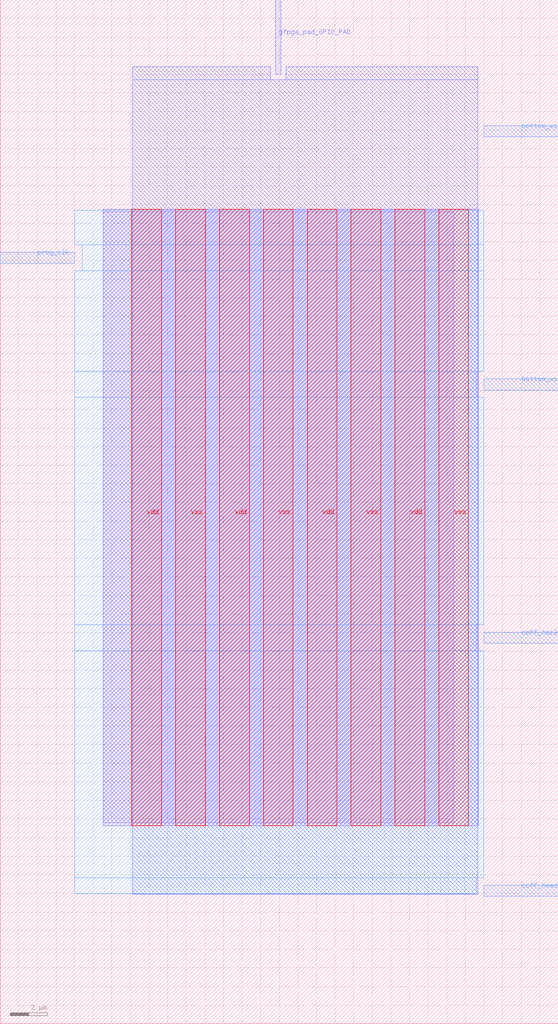
<source format=lef>
VERSION 5.7 ;
  NOWIREEXTENSIONATPIN ON ;
  DIVIDERCHAR "/" ;
  BUSBITCHARS "[]" ;
MACRO grid_io_top
  CLASS BLOCK ;
  FOREIGN grid_io_top ;
  ORIGIN 0.000 0.000 ;
  SIZE 30.000 BY 55.000 ;
  PIN bottom_width_0_height_0_subtile_0__pin_inpad_0_
    DIRECTION OUTPUT TRISTATE ;
    USE SIGNAL ;
    ANTENNADIFFAREA 0.795200 ;
    PORT
      LAYER met3 ;
        RECT 26.000 34.040 30.000 34.640 ;
    END
  END bottom_width_0_height_0_subtile_0__pin_inpad_0_
  PIN bottom_width_0_height_0_subtile_0__pin_outpad_0_
    DIRECTION INPUT ;
    USE SIGNAL ;
    PORT
      LAYER met3 ;
        RECT 26.000 47.640 30.000 48.240 ;
    END
  END bottom_width_0_height_0_subtile_0__pin_outpad_0_
  PIN ccff_head
    DIRECTION INPUT ;
    USE SIGNAL ;
    ANTENNAGATEAREA 0.196500 ;
    PORT
      LAYER met3 ;
        RECT 26.000 6.840 30.000 7.440 ;
    END
  END ccff_head
  PIN ccff_tail
    DIRECTION OUTPUT TRISTATE ;
    USE SIGNAL ;
    ANTENNADIFFAREA 0.445500 ;
    PORT
      LAYER met3 ;
        RECT 26.000 20.440 30.000 21.040 ;
    END
  END ccff_tail
  PIN gfpga_pad_GPIO_PAD
    DIRECTION INPUT ;
    USE SIGNAL ;
    ANTENNAGATEAREA 0.196500 ;
    PORT
      LAYER met2 ;
        RECT 14.810 51.000 15.090 55.000 ;
    END
  END gfpga_pad_GPIO_PAD
  PIN prog_clk
    DIRECTION INPUT ;
    USE SIGNAL ;
    ANTENNAGATEAREA 0.159000 ;
    PORT
      LAYER met3 ;
        RECT 0.000 40.840 4.000 41.440 ;
    END
  END prog_clk
  PIN vdd
    DIRECTION INOUT ;
    USE POWER ;
    PORT
      LAYER met4 ;
        RECT 7.075 10.640 8.675 43.760 ;
    END
    PORT
      LAYER met4 ;
        RECT 11.790 10.640 13.390 43.760 ;
    END
    PORT
      LAYER met4 ;
        RECT 16.505 10.640 18.105 43.760 ;
    END
    PORT
      LAYER met4 ;
        RECT 21.220 10.640 22.820 43.760 ;
    END
  END vdd
  PIN vss
    DIRECTION INOUT ;
    USE GROUND ;
    PORT
      LAYER met4 ;
        RECT 9.430 10.640 11.030 43.760 ;
    END
    PORT
      LAYER met4 ;
        RECT 14.145 10.640 15.745 43.760 ;
    END
    PORT
      LAYER met4 ;
        RECT 18.860 10.640 20.460 43.760 ;
    END
    PORT
      LAYER met4 ;
        RECT 23.575 10.640 25.175 43.760 ;
    END
  END vss
  OBS
      LAYER li1 ;
        RECT 5.520 10.795 24.380 43.605 ;
      LAYER met1 ;
        RECT 5.520 10.640 25.690 43.760 ;
      LAYER met2 ;
        RECT 7.105 50.720 14.530 51.410 ;
        RECT 15.370 50.720 25.670 51.410 ;
        RECT 7.105 6.955 25.670 50.720 ;
      LAYER met3 ;
        RECT 4.000 41.840 26.000 43.685 ;
        RECT 4.400 40.440 26.000 41.840 ;
        RECT 4.000 35.040 26.000 40.440 ;
        RECT 4.000 33.640 25.600 35.040 ;
        RECT 4.000 21.440 26.000 33.640 ;
        RECT 4.000 20.040 25.600 21.440 ;
        RECT 4.000 7.840 26.000 20.040 ;
        RECT 4.000 6.975 25.600 7.840 ;
  END
END grid_io_top
END LIBRARY


</source>
